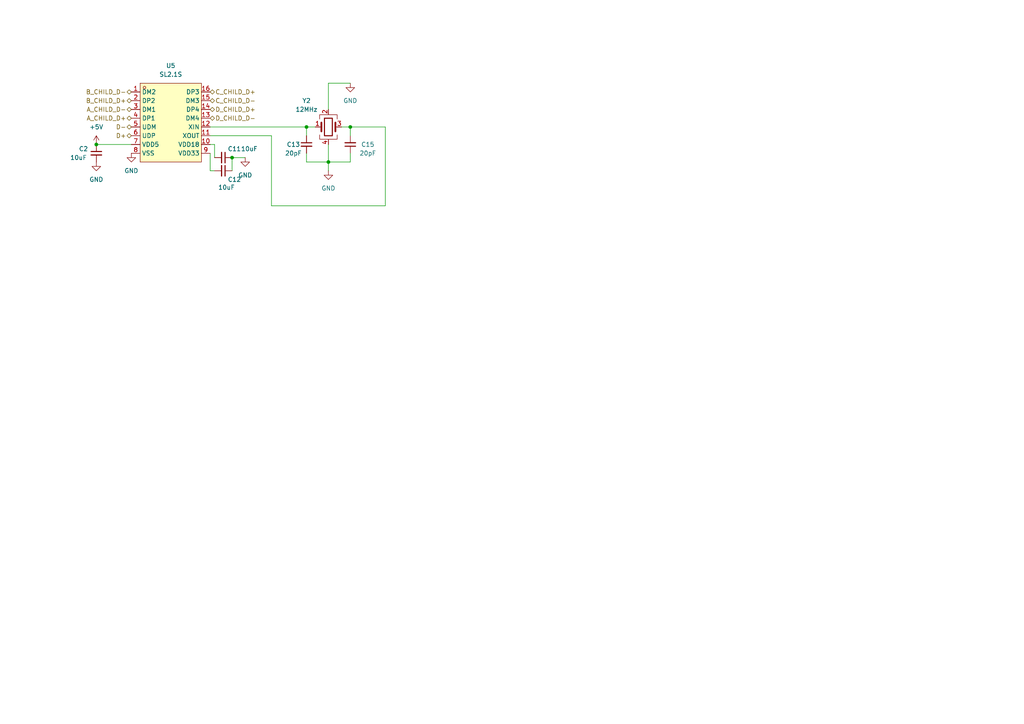
<source format=kicad_sch>
(kicad_sch (version 20250114) (generator "eeschema") (generator_version "9.0")
  (paper "A4")
  (lib_symbols
    (symbol "+5V_1" (power) (pin_numbers (hide yes)) (pin_names (offset 0) (hide yes))
      (property "Value" "+5V" (at 0 3.556 0))
      (symbol "+5V_1_0_1"
        (polyline (pts (xy -0.762 1.27) (xy 0 2.54)))
        (polyline (pts (xy 0 2.54) (xy 0.762 1.27)))
        (polyline (pts (xy 0 0) (xy 0 2.54)))
      )
      (symbol "+5V_1_1_1"
        (pin power_in line (at 0 0 90) (length 0) (name "~") (number "1"))
      )
    )
    (symbol "Device:C_Small" (pin_numbers (hide yes)) (pin_names (offset 0.254) (hide yes))
      (property "Reference" "C" (at 0.254 1.778 0))
      (property "Value" "C_Small" (at 0.254 -2.032 0))
      (symbol "C_Small_0_1"
        (polyline (pts (xy -1.524 0.508) (xy 1.524 0.508)) (stroke (width 0.3048)))
        (polyline (pts (xy -1.524 -0.508) (xy 1.524 -0.508)) (stroke (width 0.3302)))
      )
      (symbol "C_Small_1_1"
        (pin passive line (at 0 2.54 270) (length 2.032) (name "~") (number "1"))
        (pin passive line (at 0 -2.54 90) (length 2.032) (name "~") (number "2"))
      )
    )
    (symbol "Device:Crystal_GND24" (pin_names (offset 1.016) (hide yes))
      (property "Reference" "Y" (at 3.175 5.08 0))
      (property "Value" "Crystal_GND24" (at 3.175 3.175 0))
      (symbol "Crystal_GND24_0_1"
        (polyline (pts (xy -2.54 2.286) (xy -2.54 3.556) (xy 2.54 3.556) (xy 2.54 2.286)))
        (polyline (pts (xy -2.54 0) (xy -2.032 0)))
        (polyline (pts (xy -2.54 -2.286) (xy -2.54 -3.556) (xy 2.54 -3.556) (xy 2.54 -2.286)))
        (polyline (pts (xy -2.032 -1.27) (xy -2.032 1.27)) (stroke (width 0.508)))
        (rectangle (start -1.143 2.54) (end 1.143 -2.54) (stroke (width 0.3048)))
        (polyline (pts (xy 0 3.556) (xy 0 3.81)))
        (polyline (pts (xy 0 -3.81) (xy 0 -3.556)))
        (polyline (pts (xy 2.032 0) (xy 2.54 0)))
        (polyline (pts (xy 2.032 -1.27) (xy 2.032 1.27)) (stroke (width 0.508)))
      )
      (symbol "Crystal_GND24_1_1"
        (pin passive line (at -3.81 0 0) (length 1.27) (name "1") (number "1"))
        (pin passive line (at 0 5.08 270) (length 1.27) (name "2") (number "2"))
        (pin passive line (at 0 -5.08 90) (length 1.27) (name "4") (number "4"))
        (pin passive line (at 3.81 0 180) (length 1.27) (name "3") (number "3"))
      )
    )
    (symbol "EASYEDA:SL2.1S"
      (property "Reference" "U3" (at 0 16.51 0))
      (property "Value" "SL2.1S" (at 0 13.97 0))
      (symbol "SL2.1S_0_1"
        (rectangle (start -8.89 11.43) (end 8.89 -11.43) (fill (type background)))
        (circle (center -7.62 10.16) (radius 0.38))
        (pin bidirectional line (at -11.43 8.89 0) (length 2.54) (name "DM2") (number "1"))
        (pin bidirectional line (at -11.43 6.35 0) (length 2.54) (name "DP2") (number "2"))
        (pin bidirectional line (at -11.43 3.81 0) (length 2.54) (name "DM1") (number "3"))
        (pin bidirectional line (at -11.43 1.27 0) (length 2.54) (name "DP1") (number "4"))
        (pin bidirectional line (at -11.43 -1.27 0) (length 2.54) (name "UDM") (number "5"))
        (pin bidirectional line (at -11.43 -3.81 0) (length 2.54) (name "UDP") (number "6"))
        (pin passive line (at -11.43 -6.35 0) (length 2.54) (name "VDD5") (number "7"))
        (pin passive line (at -11.43 -8.89 0) (length 2.54) (name "VSS") (number "8"))
        (pin bidirectional line (at 11.43 8.89 180) (length 2.54) (name "DP3") (number "16"))
        (pin bidirectional line (at 11.43 6.35 180) (length 2.54) (name "DM3") (number "15"))
        (pin bidirectional line (at 11.43 3.81 180) (length 2.54) (name "DP4") (number "14"))
        (pin bidirectional line (at 11.43 1.27 180) (length 2.54) (name "DM4") (number "13"))
        (pin input line (at 11.43 -1.27 180) (length 2.54) (name "XIN") (number "12"))
        (pin output line (at 11.43 -3.81 180) (length 2.54) (name "XOUT") (number "11"))
        (pin power_out line (at 11.43 -6.35 180) (length 2.54) (name "VDD18") (number "10"))
        (pin power_out line (at 11.43 -8.89 180) (length 2.54) (name "VDD33") (number "9"))
      )
    )
    (symbol "GND_1" (power) (pin_numbers (hide yes)) (pin_names (offset 0) (hide yes))
      (property "Value" "GND" (at 0 -3.81 0))
      (symbol "GND_1_0_1"
        (polyline (pts (xy 0 0) (xy 0 -1.27) (xy 1.27 -1.27) (xy 0 -2.54) (xy -1.27 -1.27) (xy 0 -1.27)))
      )
      (symbol "GND_1_1_1"
        (pin power_in line (at 0 0 270) (length 0) (name "~") (number "1"))
      )
    )
  )
  (junction (at 67.31 45.72))
  (junction (at 27.94 41.91))
  (junction (at 88.9 36.83))
  (junction (at 101.6 36.83))
  (junction (at 95.25 46.99))
  (wire (pts (xy 67.31 45.72) (xy 67.31 49.53)))
  (wire (pts (xy 111.76 36.83) (xy 101.6 36.83)))
  (wire (pts (xy 62.23 41.91) (xy 62.23 45.72)))
  (wire (pts (xy 78.74 39.37) (xy 78.74 59.69)))
  (wire (pts (xy 88.9 46.99) (xy 95.25 46.99)))
  (wire (pts (xy 60.96 44.45) (xy 60.96 49.53)))
  (wire (pts (xy 60.96 36.83) (xy 88.9 36.83)))
  (wire (pts (xy 95.25 24.13) (xy 101.6 24.13)))
  (wire (pts (xy 88.9 36.83) (xy 91.44 36.83)))
  (wire (pts (xy 60.96 39.37) (xy 78.74 39.37)))
  (wire (pts (xy 99.06 36.83) (xy 101.6 36.83)))
  (wire (pts (xy 101.6 39.37) (xy 101.6 36.83)))
  (wire (pts (xy 101.6 44.45) (xy 101.6 46.99)))
  (wire (pts (xy 78.74 59.69) (xy 111.76 59.69)))
  (wire (pts (xy 111.76 59.69) (xy 111.76 36.83)))
  (wire (pts (xy 60.96 49.53) (xy 62.23 49.53)))
  (wire (pts (xy 95.25 41.91) (xy 95.25 46.99)))
  (wire (pts (xy 27.94 41.91) (xy 38.1 41.91)))
  (wire (pts (xy 101.6 46.99) (xy 95.25 46.99)))
  (wire (pts (xy 60.96 41.91) (xy 62.23 41.91)))
  (wire (pts (xy 88.9 39.37) (xy 88.9 36.83)))
  (wire (pts (xy 67.31 45.72) (xy 71.12 45.72)))
  (wire (pts (xy 95.25 49.53) (xy 95.25 46.99)))
  (wire (pts (xy 88.9 44.45) (xy 88.9 46.99)))
  (wire (pts (xy 95.25 31.75) (xy 95.25 24.13)))
  (hierarchical_label "D_CHILD_D+" (shape bidirectional) (at 60.96 31.75 0))
  (hierarchical_label "D-" (shape bidirectional) (at 38.1 36.83 180))
  (hierarchical_label "A_CHILD_D-" (shape bidirectional) (at 38.1 31.75 180))
  (hierarchical_label "D_CHILD_D-" (shape bidirectional) (at 60.96 34.29 0))
  (hierarchical_label "B_CHILD_D-" (shape bidirectional) (at 38.1 26.67 180))
  (hierarchical_label "C_CHILD_D-" (shape bidirectional) (at 60.96 29.21 0))
  (hierarchical_label "C_CHILD_D+" (shape bidirectional) (at 60.96 26.67 0))
  (hierarchical_label "A_CHILD_D+" (shape bidirectional) (at 38.1 34.29 180))
  (hierarchical_label "D+" (shape bidirectional) (at 38.1 39.37 180))
  (hierarchical_label "B_CHILD_D+" (shape bidirectional) (at 38.1 29.21 180))
  (symbol (lib_id "Device:Crystal_GND24") (at 95.25 36.83 0) (unit 1)
    (property "Reference" "Y1" (at 88.9 29.21 0))
    (property "Value" "12MHz" (at 88.9 31.75 0))
    (property "Footprint" "Crystal:Crystal_SMD_3225-4Pin_3.2x2.5mm" (effects (hide yes)))
    (property "LCSC" "C9002" (effects (hide yes)))
    (instances (project "usbhub_rev" (path "" (reference "Y2") (unit 1)) (path "" (reference "Y1") (unit 1))))
  )
  (symbol (lib_name "GND_1") (lib_id "power:GND") (at 95.25 49.53 0) (unit 1)
    (property "Reference" "#PWR039" (effects (hide yes)))
    (property "Value" "GND" (at 95.25 54.61 0))
    (property "Description" "Power symbol creates a global label with name \"GND\" , ground" (effects (hide yes)))
    (instances (project "usbhub_rev" (path "" (reference "#PWR051") (unit 1)) (path "" (reference "#PWR039") (unit 1))))
  )
  (symbol (lib_name "GND_1") (lib_id "power:GND") (at 71.12 45.72 0) (unit 1)
    (property "Reference" "#PWR038" (effects (hide yes)))
    (property "Value" "GND" (at 71.12 50.8 0))
    (property "Description" "Power symbol creates a global label with name \"GND\" , ground" (effects (hide yes)))
    (instances (project "usbhub_rev" (path "" (reference "#PWR050") (unit 1)) (path "" (reference "#PWR038") (unit 1))))
  )
  (symbol (lib_name "GND_1") (lib_id "power:GND") (at 38.1 44.45 0) (unit 1)
    (property "Reference" "#PWR041" (effects (hide yes)))
    (property "Value" "GND" (at 38.1 49.53 0))
    (property "Description" "Power symbol creates a global label with name \"GND\" , ground" (effects (hide yes)))
    (instances (project "usbhub_rev" (path "" (reference "#PWR049") (unit 1)) (path "" (reference "#PWR041") (unit 1))))
  )
  (symbol (lib_id "Device:C_Small") (at 64.77 49.53 270) (unit 1)
    (property "Reference" "C9" (at 66.04 52.07 90) (effects (justify left)))
    (property "Value" "10uF" (at 63.246 54.356 90) (effects (justify left)))
    (property "Footprint" "Capacitor_SMD:C_0603_1608Metric" (effects (hide yes)))
    (property "LCSC" "C19702" (effects (hide yes)))
    (instances (project "usbhub_rev" (path "" (reference "C12") (unit 1)) (path "" (reference "C9") (unit 1))))
  )
  (symbol (lib_id "Device:C_Small") (at 101.6 41.91 180) (unit 1)
    (property "Reference" "C6" (at 106.68 41.91 0))
    (property "Value" "20pF" (at 106.68 44.45 0))
    (property "Footprint" "Capacitor_SMD:C_0402_1005Metric" (effects (hide yes)))
    (property "LCSC" "C1554" (effects (hide yes)))
    (instances (project "usbhub_rev" (path "" (reference "C15") (unit 1)) (path "" (reference "C6") (unit 1))))
  )
  (symbol (lib_id "Device:C_Small") (at 27.94 44.45 0) (unit 1)
    (property "Reference" "C7" (at 22.86 43.18 0) (effects (justify left)))
    (property "Value" "10uF" (at 20.32 45.72 0) (effects (justify left)))
    (property "Footprint" "Capacitor_SMD:C_0603_1608Metric" (effects (hide yes)))
    (property "LCSC" "C19702" (effects (hide yes)))
    (instances (project "usbhub_rev" (path "" (reference "C2") (unit 1)) (path "" (reference "C7") (unit 1))))
  )
  (symbol (lib_name "GND_1") (lib_id "power:GND") (at 101.6 24.13 0) (unit 1)
    (property "Reference" "#PWR040" (effects (hide yes)))
    (property "Value" "GND" (at 101.6 29.21 0))
    (property "Description" "Power symbol creates a global label with name \"GND\" , ground" (effects (hide yes)))
    (instances (project "usbhub_rev" (path "" (reference "#PWR052") (unit 1)) (path "" (reference "#PWR040") (unit 1))))
  )
  (symbol (lib_name "GND_1") (lib_id "power:GND") (at 27.94 46.99 0) (unit 1)
    (property "Reference" "#PWR048" (effects (hide yes)))
    (property "Value" "GND" (at 27.94 52.07 0))
    (property "Description" "Power symbol creates a global label with name \"GND\" , ground" (effects (hide yes)))
    (instances (project "usbhub_rev" (path "" (reference "#PWR0104") (unit 1)) (path "" (reference "#PWR048") (unit 1))))
  )
  (symbol (lib_name "+5V_1") (lib_id "power:+5V") (at 27.94 41.91 0) (unit 1)
    (property "Reference" "#PWR047" (effects (hide yes)))
    (property "Value" "+5V" (at 27.94 36.83 0))
    (property "Description" "Power symbol creates a global label with name \"+5V\"" (effects (hide yes)))
    (instances (project "usbhub_rev" (path "" (reference "#PWR0103") (unit 1)) (path "" (reference "#PWR047") (unit 1))))
  )
  (symbol (lib_id "Device:C_Small") (at 64.77 45.72 270) (unit 1)
    (property "Reference" "C8" (at 66.04 43.18 90) (effects (justify left)))
    (property "Value" "10uF" (at 69.85 43.18 90) (effects (justify left)))
    (property "Footprint" "Capacitor_SMD:C_0603_1608Metric" (effects (hide yes)))
    (property "LCSC" "C19702" (effects (hide yes)))
    (instances (project "usbhub_rev" (path "" (reference "C11") (unit 1)) (path "" (reference "C8") (unit 1))))
  )
  (symbol (lib_id "EASYEDA:SL2.1S") (at 49.53 35.56 0) (unit 1)
    (property "Reference" "U3" (at 49.53 19.05 0))
    (property "Value" "SL2.1S" (at 49.53 21.59 0))
    (property "Footprint" "EASYEDA:SSOP-16_L4.6-W2.6-P0.53-LS4.0-BL" (effects (hide yes)))
    (property "LCSC Part" "C2684433" (effects (hide yes)))
    (property "LCSC" "XXX" (effects (hide yes)))
    (instances (project "usbhub_rev" (path "" (reference "U5") (unit 1)) (path "" (reference "U3") (unit 1))))
  )
  (symbol (lib_id "Device:C_Small") (at 88.9 41.91 0) (unit 1)
    (property "Reference" "C5" (at 85.09 41.91 0))
    (property "Value" "20pF" (at 85.09 44.45 0))
    (property "Footprint" "Capacitor_SMD:C_0402_1005Metric" (effects (hide yes)))
    (property "LCSC" "C1554" (effects (hide yes)))
    (instances (project "usbhub_rev" (path "" (reference "C13") (unit 1)) (path "" (reference "C5") (unit 1))))
  )
)
</source>
